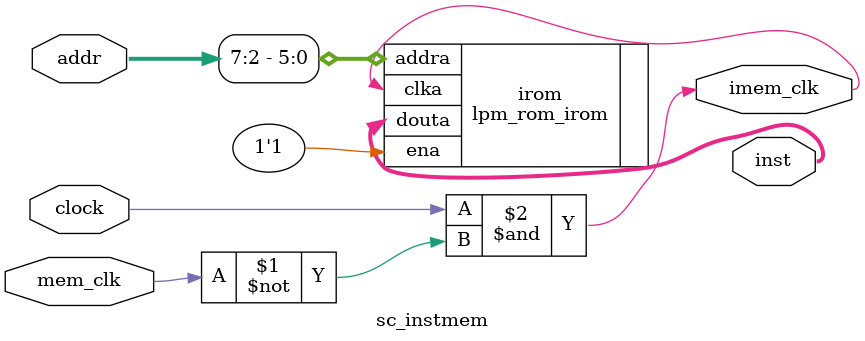
<source format=v>
module sc_instmem (addr,inst,clock,mem_clk,imem_clk);
   input  [31:0] addr;
   input         clock;
   input         mem_clk;
   output [31:0] inst;
   output        imem_clk;
   
   wire          imem_clk;

   assign  imem_clk = clock & ( ~ mem_clk );      
   
// 32*64word irom

lpm_rom_irom irom (
  .addra(addr[7:2]),  // input wire addr[7 : 2] 
  .clka(imem_clk),    // input wire imem_clk
  .douta(inst),  // output wire inst[31 : 0] 
  .ena(1'b1)
);

endmodule 
</source>
